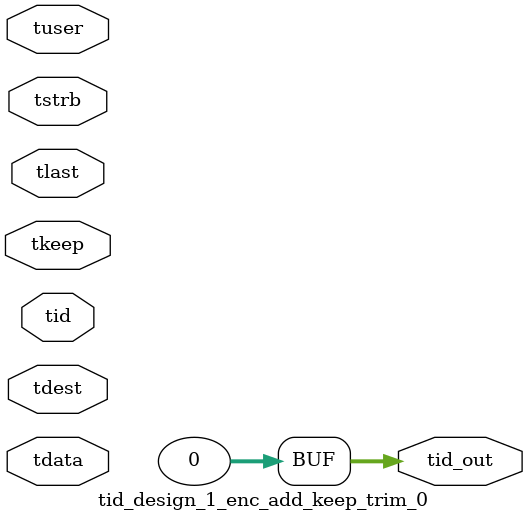
<source format=v>


`timescale 1ps/1ps

module tid_design_1_enc_add_keep_trim_0 #
(
parameter C_S_AXIS_TID_WIDTH   = 1,
parameter C_S_AXIS_TUSER_WIDTH = 0,
parameter C_S_AXIS_TDATA_WIDTH = 0,
parameter C_S_AXIS_TDEST_WIDTH = 0,
parameter C_M_AXIS_TID_WIDTH   = 32
)
(
input  [(C_S_AXIS_TID_WIDTH   == 0 ? 1 : C_S_AXIS_TID_WIDTH)-1:0       ] tid,
input  [(C_S_AXIS_TDATA_WIDTH == 0 ? 1 : C_S_AXIS_TDATA_WIDTH)-1:0     ] tdata,
input  [(C_S_AXIS_TUSER_WIDTH == 0 ? 1 : C_S_AXIS_TUSER_WIDTH)-1:0     ] tuser,
input  [(C_S_AXIS_TDEST_WIDTH == 0 ? 1 : C_S_AXIS_TDEST_WIDTH)-1:0     ] tdest,
input  [(C_S_AXIS_TDATA_WIDTH/8)-1:0 ] tkeep,
input  [(C_S_AXIS_TDATA_WIDTH/8)-1:0 ] tstrb,
input                                                                    tlast,
output [(C_M_AXIS_TID_WIDTH   == 0 ? 1 : C_M_AXIS_TID_WIDTH)-1:0       ] tid_out
);

assign tid_out = {1'b0};

endmodule


</source>
